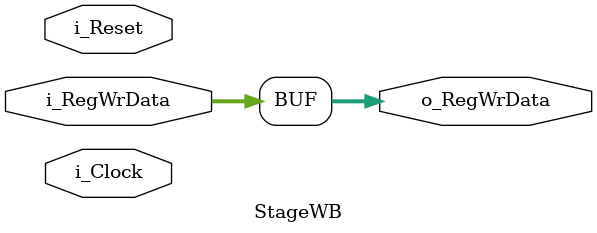
<source format=sv>
module StageWB 
#(
    parameter DATA_WIDTH = 32,
    parameter ADDR_WIDTH = 32,
    parameter PC_WIDTH   = 32,
    parameter REG_WIDTH  = 5) 
(
    // verilator lint_off UNUSED
    input  logic                       i_Clock,
    input  logic                       i_Reset,
    // verilator lint_on UNUSED
    
    input  logic [DATA_WIDTH-1:0] i_RegWrData,
    
    output logic [DATA_WIDTH-1:0] o_RegWrData);

    assign o_RegWrData = i_RegWrData;

endmodule

</source>
